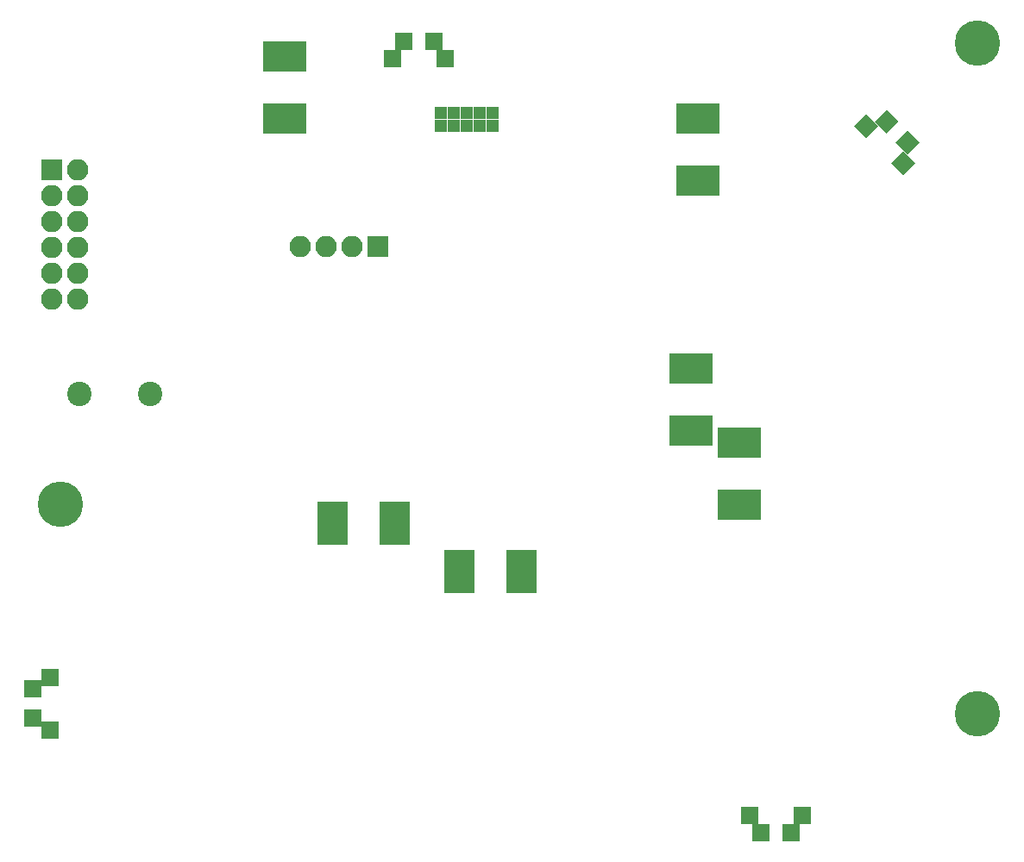
<source format=gbs>
G04 #@! TF.FileFunction,Soldermask,Bot*
%FSLAX46Y46*%
G04 Gerber Fmt 4.6, Leading zero omitted, Abs format (unit mm)*
G04 Created by KiCad (PCBNEW 4.0.6) date 12/03/17 11:24:10*
%MOMM*%
%LPD*%
G01*
G04 APERTURE LIST*
%ADD10C,0.100000*%
%ADD11R,1.250000X1.250000*%
%ADD12C,4.464000*%
%ADD13R,1.670000X1.670000*%
%ADD14C,2.400000*%
%ADD15R,2.100000X2.100000*%
%ADD16O,2.100000X2.100000*%
G04 APERTURE END LIST*
D10*
D11*
X127238760Y-65095120D03*
X125968760Y-65095120D03*
X124698760Y-65095120D03*
X123428760Y-65095120D03*
X122158760Y-65095120D03*
X127238760Y-63825120D03*
X125968760Y-63825120D03*
X124698760Y-63825120D03*
X123428760Y-63825120D03*
D12*
X84805520Y-102290880D03*
X174797720Y-122834400D03*
D13*
X106847640Y-65008760D03*
X108117640Y-65008760D03*
X105577640Y-65008760D03*
X105577640Y-63738760D03*
X106847640Y-63738760D03*
X108117640Y-63738760D03*
X108143040Y-57642760D03*
X106873040Y-57642760D03*
X105603040Y-57642760D03*
X105603040Y-58912760D03*
X108143040Y-58912760D03*
X106873040Y-58912760D03*
X146739640Y-88305760D03*
X145469640Y-88305760D03*
X148009640Y-88305760D03*
X148009640Y-89575760D03*
X146739640Y-89575760D03*
X145469640Y-89575760D03*
X145444240Y-95671760D03*
X146714240Y-95671760D03*
X147984240Y-95671760D03*
X147984240Y-94401760D03*
X145444240Y-94401760D03*
X146714240Y-94401760D03*
X147416520Y-71099680D03*
X148686520Y-71099680D03*
X146146520Y-71099680D03*
X146146520Y-69829680D03*
X147416520Y-69829680D03*
X148686520Y-69829680D03*
X148711920Y-63733680D03*
X147441920Y-63733680D03*
X146171920Y-63733680D03*
X146171920Y-65003680D03*
X148711920Y-65003680D03*
X147441920Y-65003680D03*
X151455120Y-95539560D03*
X150185120Y-95539560D03*
X152725120Y-95539560D03*
X152725120Y-96809560D03*
X151455120Y-96809560D03*
X150185120Y-96809560D03*
X150159720Y-102905560D03*
X151429720Y-102905560D03*
X152699720Y-102905560D03*
X152699720Y-101635560D03*
X150159720Y-101635560D03*
X151429720Y-101635560D03*
X118310028Y-104134794D03*
X118310028Y-102864794D03*
X118310028Y-105404794D03*
X117040028Y-105404794D03*
X117040028Y-104134794D03*
X117040028Y-102864794D03*
X110944028Y-102839394D03*
X110944028Y-104109394D03*
X110944028Y-105379394D03*
X112214028Y-105379394D03*
X112214028Y-102839394D03*
X112214028Y-104109394D03*
D12*
X174828200Y-56934100D03*
D14*
X93658840Y-91399360D03*
X86658840Y-91399360D03*
D15*
X83962240Y-69390260D03*
D16*
X86502240Y-69390260D03*
X83962240Y-71930260D03*
X86502240Y-71930260D03*
X83962240Y-74470260D03*
X86502240Y-74470260D03*
X83962240Y-77010260D03*
X86502240Y-77010260D03*
X83962240Y-79550260D03*
X86502240Y-79550260D03*
X83962240Y-82090260D03*
X86502240Y-82090260D03*
D13*
X123336259Y-108863115D03*
X123336259Y-110133115D03*
X123336259Y-107593115D03*
X124606259Y-107593115D03*
X124606259Y-108863115D03*
X124606259Y-110133115D03*
X130702259Y-110158515D03*
X130702259Y-108888515D03*
X130702259Y-107618515D03*
X129432259Y-107618515D03*
X129432259Y-110158515D03*
X129432259Y-108888515D03*
X83840320Y-119239960D03*
X83840320Y-124421560D03*
X82138520Y-120357560D03*
X82138520Y-123278560D03*
D10*
G36*
X166375944Y-68720332D02*
X167556812Y-67539464D01*
X168737680Y-68720332D01*
X167556812Y-69901200D01*
X166375944Y-68720332D01*
X166375944Y-68720332D01*
G37*
G36*
X162712000Y-65056388D02*
X163892868Y-63875520D01*
X165073736Y-65056388D01*
X163892868Y-66237256D01*
X162712000Y-65056388D01*
X162712000Y-65056388D01*
G37*
G36*
X166789036Y-66726715D02*
X167969904Y-65545847D01*
X169150772Y-66726715D01*
X167969904Y-67907583D01*
X166789036Y-66726715D01*
X166789036Y-66726715D01*
G37*
G36*
X164723577Y-64661256D02*
X165904445Y-63480388D01*
X167085313Y-64661256D01*
X165904445Y-65842124D01*
X164723577Y-64661256D01*
X164723577Y-64661256D01*
G37*
D13*
X122595640Y-58506360D03*
X117414040Y-58506360D03*
X121478040Y-56804560D03*
X118557040Y-56804560D03*
X152503800Y-132831840D03*
X157685400Y-132831840D03*
X153621400Y-134533640D03*
X156542400Y-134533640D03*
D11*
X122158760Y-63825120D03*
D15*
X116027200Y-76911200D03*
D16*
X113487200Y-76911200D03*
X110947200Y-76911200D03*
X108407200Y-76911200D03*
M02*

</source>
